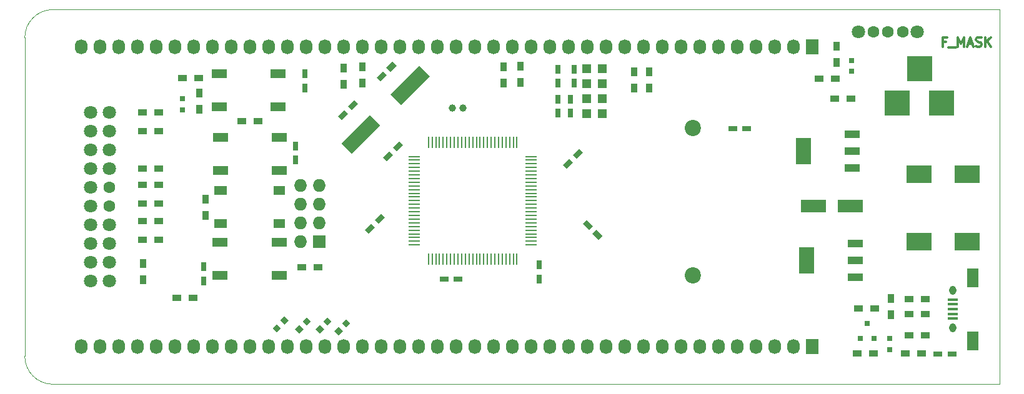
<source format=gts>
G04 #@! TF.FileFunction,Soldermask,Top*
%FSLAX46Y46*%
G04 Gerber Fmt 4.6, Leading zero omitted, Abs format (unit mm)*
G04 Created by KiCad (PCBNEW (2015-01-16 BZR 5376)-product) date 5/21/2015 9:02:49 PM*
%MOMM*%
G01*
G04 APERTURE LIST*
%ADD10C,0.150000*%
%ADD11C,0.300000*%
%ADD12C,0.100000*%
%ADD13C,1.000760*%
%ADD14R,1.350000X0.400000*%
%ADD15O,0.950000X1.250000*%
%ADD16R,1.550000X2.500000*%
%ADD17R,2.000000X1.300000*%
%ADD18R,1.800000X1.300000*%
%ADD19R,1.550000X1.300000*%
%ADD20C,2.200000*%
%ADD21R,0.750000X1.200000*%
%ADD22R,1.200000X0.750000*%
%ADD23R,3.500120X2.400300*%
%ADD24R,3.500120X3.500120*%
%ADD25R,0.797560X0.797560*%
%ADD26R,3.500120X1.800860*%
%ADD27R,2.032000X3.657600*%
%ADD28R,2.032000X1.016000*%
%ADD29R,1.198880X1.198880*%
%ADD30R,1.727200X2.032000*%
%ADD31O,1.727200X2.032000*%
%ADD32C,1.800000*%
%ADD33C,1.600000*%
%ADD34R,1.727200X1.727200*%
%ADD35O,1.727200X1.727200*%
%ADD36R,0.800100X0.800100*%
%ADD37R,0.900000X1.200000*%
%ADD38R,1.200000X0.900000*%
%ADD39R,0.280000X1.500000*%
%ADD40R,1.500000X0.280000*%
G04 APERTURE END LIST*
D10*
D11*
X213722857Y-85634286D02*
X213299524Y-85634286D01*
X213299524Y-86299524D02*
X213299524Y-85029524D01*
X213904286Y-85029524D01*
X214085714Y-86420476D02*
X215053333Y-86420476D01*
X215355714Y-86299524D02*
X215355714Y-85029524D01*
X215779047Y-85936667D01*
X216202381Y-85029524D01*
X216202381Y-86299524D01*
X216746667Y-85936667D02*
X217351429Y-85936667D01*
X216625714Y-86299524D02*
X217049048Y-85029524D01*
X217472381Y-86299524D01*
X217835238Y-86239048D02*
X218016666Y-86299524D01*
X218319047Y-86299524D01*
X218440000Y-86239048D01*
X218500476Y-86178571D01*
X218560952Y-86057619D01*
X218560952Y-85936667D01*
X218500476Y-85815714D01*
X218440000Y-85755238D01*
X218319047Y-85694762D01*
X218077143Y-85634286D01*
X217956190Y-85573810D01*
X217895714Y-85513333D01*
X217835238Y-85392381D01*
X217835238Y-85271429D01*
X217895714Y-85150476D01*
X217956190Y-85090000D01*
X218077143Y-85029524D01*
X218379523Y-85029524D01*
X218560952Y-85090000D01*
X219105238Y-86299524D02*
X219105238Y-85029524D01*
X219830952Y-86299524D02*
X219286667Y-85573810D01*
X219830952Y-85029524D02*
X219105238Y-85755238D01*
D12*
X92710000Y-81280000D02*
X218440000Y-81280000D01*
X92710000Y-132080000D02*
X220980000Y-132080000D01*
X88900000Y-85090000D02*
X88900000Y-128270000D01*
X88900000Y-128270000D02*
G75*
G03X92710000Y-132080000I3810000J0D01*
G01*
X92710000Y-81280000D02*
G75*
G03X88900000Y-85090000I0J-3810000D01*
G01*
X220980000Y-81280000D02*
X220980000Y-83947000D01*
X218440000Y-81280000D02*
X220980000Y-81280000D01*
X220980000Y-129540000D02*
X220980000Y-132080000D01*
X220980000Y-129540000D02*
X220980000Y-83820000D01*
D13*
X146824700Y-94615000D03*
X148323300Y-94615000D03*
D14*
X214630000Y-123190000D03*
X214630000Y-122540000D03*
X214630000Y-121890000D03*
X214630000Y-121240000D03*
X214630000Y-120590000D03*
D15*
X214630000Y-124390000D03*
X214630000Y-119390000D03*
D16*
X217330000Y-126190000D03*
X217330000Y-117690000D03*
D17*
X123384000Y-112808000D03*
X123384000Y-117308000D03*
X115384000Y-112808000D03*
X115384000Y-117308000D03*
D18*
X115405000Y-110327000D03*
X115405000Y-105827000D03*
D19*
X123355000Y-105827000D03*
X123355000Y-110327000D03*
D17*
X123355000Y-98588000D03*
X123355000Y-103088000D03*
X115405000Y-103088000D03*
X115405000Y-98588000D03*
X123228000Y-89952000D03*
X123228000Y-94452000D03*
X115278000Y-94452000D03*
X115278000Y-89952000D03*
D20*
X179451000Y-97348040D03*
X179451000Y-117348000D03*
D21*
X126873000Y-91882000D03*
X126873000Y-89982000D03*
X125603000Y-101661000D03*
X125603000Y-99761000D03*
D10*
G36*
X138752850Y-88300820D02*
X139283180Y-88831150D01*
X138434652Y-89679678D01*
X137904322Y-89149348D01*
X138752850Y-88300820D01*
X138752850Y-88300820D01*
G37*
G36*
X137409348Y-89644322D02*
X137939678Y-90174652D01*
X137091150Y-91023180D01*
X136560820Y-90492850D01*
X137409348Y-89644322D01*
X137409348Y-89644322D01*
G37*
G36*
X133545850Y-93507820D02*
X134076180Y-94038150D01*
X133227652Y-94886678D01*
X132697322Y-94356348D01*
X133545850Y-93507820D01*
X133545850Y-93507820D01*
G37*
G36*
X132202348Y-94851322D02*
X132732678Y-95381652D01*
X131884150Y-96230180D01*
X131353820Y-95699850D01*
X132202348Y-94851322D01*
X132202348Y-94851322D01*
G37*
D22*
X184851000Y-97409000D03*
X186751000Y-97409000D03*
D10*
G36*
X139641850Y-99095820D02*
X140172180Y-99626150D01*
X139323652Y-100474678D01*
X138793322Y-99944348D01*
X139641850Y-99095820D01*
X139641850Y-99095820D01*
G37*
G36*
X138298348Y-100439322D02*
X138828678Y-100969652D01*
X137980150Y-101818180D01*
X137449820Y-101287850D01*
X138298348Y-100439322D01*
X138298348Y-100439322D01*
G37*
D21*
X161163000Y-93411000D03*
X161163000Y-95311000D03*
X162814000Y-93411000D03*
X162814000Y-95311000D03*
D10*
G36*
X167223180Y-111955850D02*
X166692850Y-112486180D01*
X165844322Y-111637652D01*
X166374652Y-111107322D01*
X167223180Y-111955850D01*
X167223180Y-111955850D01*
G37*
G36*
X165879678Y-110612348D02*
X165349348Y-111142678D01*
X164500820Y-110294150D01*
X165031150Y-109763820D01*
X165879678Y-110612348D01*
X165879678Y-110612348D01*
G37*
D22*
X147635000Y-117856000D03*
X145735000Y-117856000D03*
D21*
X158623000Y-115890000D03*
X158623000Y-117790000D03*
X163322000Y-89347000D03*
X163322000Y-91247000D03*
X161163000Y-89347000D03*
X161163000Y-91247000D03*
D10*
G36*
X137165350Y-108938320D02*
X137695680Y-109468650D01*
X136847152Y-110317178D01*
X136316822Y-109786848D01*
X137165350Y-108938320D01*
X137165350Y-108938320D01*
G37*
G36*
X135821848Y-110281822D02*
X136352178Y-110812152D01*
X135503650Y-111660680D01*
X134973320Y-111130350D01*
X135821848Y-110281822D01*
X135821848Y-110281822D01*
G37*
G36*
X164025850Y-100111820D02*
X164556180Y-100642150D01*
X163707652Y-101490678D01*
X163177322Y-100960348D01*
X164025850Y-100111820D01*
X164025850Y-100111820D01*
G37*
G36*
X162682348Y-101455322D02*
X163212678Y-101985652D01*
X162364150Y-102834180D01*
X161833820Y-102303850D01*
X162682348Y-101455322D01*
X162682348Y-101455322D01*
G37*
D22*
X212664000Y-128016000D03*
X214564000Y-128016000D03*
D23*
X210108800Y-103632000D03*
X216611200Y-103632000D03*
X210108800Y-112776000D03*
X216611200Y-112776000D03*
D24*
X207159860Y-93980000D03*
X213159340Y-93980000D03*
X210159600Y-89281000D03*
D25*
X110236000Y-93357700D03*
X110236000Y-94856300D03*
D10*
G36*
X131423165Y-125426795D02*
X130859205Y-124862835D01*
X131423165Y-124298875D01*
X131987125Y-124862835D01*
X131423165Y-125426795D01*
X131423165Y-125426795D01*
G37*
G36*
X132482835Y-124367125D02*
X131918875Y-123803165D01*
X132482835Y-123239205D01*
X133046795Y-123803165D01*
X132482835Y-124367125D01*
X132482835Y-124367125D01*
G37*
G36*
X128883165Y-125172795D02*
X128319205Y-124608835D01*
X128883165Y-124044875D01*
X129447125Y-124608835D01*
X128883165Y-125172795D01*
X128883165Y-125172795D01*
G37*
G36*
X129942835Y-124113125D02*
X129378875Y-123549165D01*
X129942835Y-122985205D01*
X130506795Y-123549165D01*
X129942835Y-124113125D01*
X129942835Y-124113125D01*
G37*
G36*
X126089165Y-125172795D02*
X125525205Y-124608835D01*
X126089165Y-124044875D01*
X126653125Y-124608835D01*
X126089165Y-125172795D01*
X126089165Y-125172795D01*
G37*
G36*
X127148835Y-124113125D02*
X126584875Y-123549165D01*
X127148835Y-122985205D01*
X127712795Y-123549165D01*
X127148835Y-124113125D01*
X127148835Y-124113125D01*
G37*
G36*
X123041165Y-125045795D02*
X122477205Y-124481835D01*
X123041165Y-123917875D01*
X123605125Y-124481835D01*
X123041165Y-125045795D01*
X123041165Y-125045795D01*
G37*
G36*
X124100835Y-123986125D02*
X123536875Y-123422165D01*
X124100835Y-122858205D01*
X124664795Y-123422165D01*
X124100835Y-123986125D01*
X124100835Y-123986125D01*
G37*
D26*
X200746360Y-107950000D03*
X195747640Y-107950000D03*
D25*
X206121000Y-125869700D03*
X206121000Y-127368300D03*
D27*
X194818000Y-115316000D03*
D28*
X201422000Y-115316000D03*
X201422000Y-113030000D03*
X201422000Y-117602000D03*
D27*
X194437000Y-100457000D03*
D28*
X201041000Y-100457000D03*
X201041000Y-98171000D03*
X201041000Y-102743000D03*
D29*
X165066980Y-93345000D03*
X167165020Y-93345000D03*
X165066980Y-95377000D03*
X167165020Y-95377000D03*
X165066980Y-89281000D03*
X167165020Y-89281000D03*
X165066980Y-91313000D03*
X167165020Y-91313000D03*
D30*
X195580000Y-86360000D03*
D31*
X193040000Y-86360000D03*
X190500000Y-86360000D03*
X187960000Y-86360000D03*
X185420000Y-86360000D03*
X182880000Y-86360000D03*
X180340000Y-86360000D03*
X177800000Y-86360000D03*
X175260000Y-86360000D03*
X172720000Y-86360000D03*
X170180000Y-86360000D03*
X167640000Y-86360000D03*
X165100000Y-86360000D03*
X162560000Y-86360000D03*
X160020000Y-86360000D03*
X157480000Y-86360000D03*
X154940000Y-86360000D03*
X152400000Y-86360000D03*
X149860000Y-86360000D03*
X147320000Y-86360000D03*
X144780000Y-86360000D03*
X142240000Y-86360000D03*
X139700000Y-86360000D03*
X137160000Y-86360000D03*
X134620000Y-86360000D03*
X132080000Y-86360000D03*
X129540000Y-86360000D03*
X127000000Y-86360000D03*
X124460000Y-86360000D03*
X121920000Y-86360000D03*
X119380000Y-86360000D03*
X116840000Y-86360000D03*
X114300000Y-86360000D03*
X111760000Y-86360000D03*
X109220000Y-86360000D03*
X106680000Y-86360000D03*
X104140000Y-86360000D03*
X101600000Y-86360000D03*
X99060000Y-86360000D03*
X96520000Y-86360000D03*
D32*
X100330000Y-118110000D03*
X97790000Y-118110000D03*
X100330000Y-115570000D03*
X97790000Y-115570000D03*
X100330000Y-113030000D03*
X97790000Y-113030000D03*
X100330000Y-110490000D03*
X97790000Y-110490000D03*
D33*
X100330000Y-107950000D03*
D32*
X97790000Y-107950000D03*
D33*
X100330000Y-105410000D03*
D32*
X97790000Y-105410000D03*
X100330000Y-102870000D03*
X97790000Y-102870000D03*
X100330000Y-100330000D03*
X97790000Y-100330000D03*
X100330000Y-97790000D03*
X97790000Y-97790000D03*
X100330000Y-95250000D03*
X97790000Y-95250000D03*
D30*
X195580000Y-127000000D03*
D31*
X193040000Y-127000000D03*
X190500000Y-127000000D03*
X187960000Y-127000000D03*
X185420000Y-127000000D03*
X182880000Y-127000000D03*
X180340000Y-127000000D03*
X177800000Y-127000000D03*
X175260000Y-127000000D03*
X172720000Y-127000000D03*
X170180000Y-127000000D03*
X167640000Y-127000000D03*
X165100000Y-127000000D03*
X162560000Y-127000000D03*
X160020000Y-127000000D03*
X157480000Y-127000000D03*
X154940000Y-127000000D03*
X152400000Y-127000000D03*
X149860000Y-127000000D03*
X147320000Y-127000000D03*
X144780000Y-127000000D03*
X142240000Y-127000000D03*
X139700000Y-127000000D03*
X137160000Y-127000000D03*
X134620000Y-127000000D03*
X132080000Y-127000000D03*
X129540000Y-127000000D03*
X127000000Y-127000000D03*
X124460000Y-127000000D03*
X121920000Y-127000000D03*
X119380000Y-127000000D03*
X116840000Y-127000000D03*
X114300000Y-127000000D03*
X111760000Y-127000000D03*
X109220000Y-127000000D03*
X106680000Y-127000000D03*
X104140000Y-127000000D03*
X101600000Y-127000000D03*
X99060000Y-127000000D03*
X96520000Y-127000000D03*
D34*
X128778000Y-112776000D03*
D35*
X126238000Y-112776000D03*
X128778000Y-110236000D03*
X126238000Y-110236000D03*
X128778000Y-107696000D03*
X126238000Y-107696000D03*
X128778000Y-105156000D03*
X126238000Y-105156000D03*
D36*
X202123000Y-125841760D03*
X204023000Y-125841760D03*
X203073000Y-123842780D03*
D37*
X112522000Y-94826000D03*
X112522000Y-92626000D03*
D38*
X112479000Y-90551000D03*
X110279000Y-90551000D03*
D37*
X104902000Y-115740000D03*
X104902000Y-117940000D03*
D38*
X104818000Y-112522000D03*
X107018000Y-112522000D03*
X104818000Y-109982000D03*
X107018000Y-109982000D03*
X104818000Y-107569000D03*
X107018000Y-107569000D03*
X104818000Y-105029000D03*
X107018000Y-105029000D03*
X104818000Y-102870000D03*
X107018000Y-102870000D03*
X104818000Y-97790000D03*
X107018000Y-97790000D03*
X104818000Y-95250000D03*
X107018000Y-95250000D03*
X120480000Y-96393000D03*
X118280000Y-96393000D03*
D37*
X132080000Y-89197000D03*
X132080000Y-91397000D03*
X134620000Y-89070000D03*
X134620000Y-91270000D03*
X153797000Y-89070000D03*
X153797000Y-91270000D03*
X156083000Y-88943000D03*
X156083000Y-91143000D03*
X171450000Y-89705000D03*
X171450000Y-91905000D03*
X173482000Y-89705000D03*
X173482000Y-91905000D03*
D38*
X196512000Y-90678000D03*
X198712000Y-90678000D03*
X210904000Y-125476000D03*
X208704000Y-125476000D03*
D37*
X198882000Y-86276000D03*
X198882000Y-88476000D03*
D38*
X208704000Y-122555000D03*
X210904000Y-122555000D03*
X208704000Y-120523000D03*
X210904000Y-120523000D03*
X128608000Y-116205000D03*
X126408000Y-116205000D03*
D37*
X206248000Y-120439000D03*
X206248000Y-122639000D03*
D38*
X210396000Y-127889000D03*
X208196000Y-127889000D03*
D37*
X113411000Y-109177000D03*
X113411000Y-106977000D03*
D38*
X201846000Y-121793000D03*
X204046000Y-121793000D03*
X203919000Y-127889000D03*
X201719000Y-127889000D03*
X198671000Y-93345000D03*
X200871000Y-93345000D03*
D33*
X207867000Y-84328000D03*
X205867000Y-84328000D03*
X203867000Y-84328000D03*
D32*
X201867000Y-84328000D03*
X209867000Y-84328000D03*
D39*
X155606000Y-99288000D03*
X155106000Y-99288000D03*
X154606000Y-99288000D03*
X154106000Y-99288000D03*
X153606000Y-99288000D03*
X153106000Y-99288000D03*
X152606000Y-99288000D03*
X152106000Y-99288000D03*
X151606000Y-99288000D03*
X151106000Y-99288000D03*
X150606000Y-99288000D03*
X150106000Y-99288000D03*
X149606000Y-99288000D03*
X149106000Y-99288000D03*
X148606000Y-99288000D03*
X148106000Y-99288000D03*
X147606000Y-99288000D03*
X147106000Y-99288000D03*
X146606000Y-99288000D03*
X146106000Y-99288000D03*
X145606000Y-99288000D03*
X145106000Y-99288000D03*
X144606000Y-99288000D03*
X144106000Y-99288000D03*
X143606000Y-99288000D03*
D40*
X141706000Y-101188000D03*
X141706000Y-101688000D03*
X141706000Y-102188000D03*
X141706000Y-102688000D03*
X141706000Y-103188000D03*
X141706000Y-103688000D03*
X141706000Y-104188000D03*
X141706000Y-104688000D03*
X141706000Y-105188000D03*
X141706000Y-105688000D03*
X141706000Y-106188000D03*
X141706000Y-106688000D03*
X141706000Y-107188000D03*
X141706000Y-107688000D03*
X141706000Y-108188000D03*
X141706000Y-108688000D03*
X141706000Y-109188000D03*
X141706000Y-109688000D03*
X141706000Y-110188000D03*
X141706000Y-110688000D03*
X141706000Y-111188000D03*
X141706000Y-111688000D03*
X141706000Y-112188000D03*
X141706000Y-112688000D03*
X141706000Y-113188000D03*
D39*
X143606000Y-115088000D03*
X144106000Y-115088000D03*
X144606000Y-115088000D03*
X145106000Y-115088000D03*
X145606000Y-115088000D03*
X146106000Y-115088000D03*
X146606000Y-115088000D03*
X147106000Y-115088000D03*
X147606000Y-115088000D03*
X148106000Y-115088000D03*
X148606000Y-115088000D03*
X149106000Y-115088000D03*
X149606000Y-115088000D03*
X150106000Y-115088000D03*
X150606000Y-115088000D03*
X151106000Y-115088000D03*
X151606000Y-115088000D03*
X152106000Y-115088000D03*
X152606000Y-115088000D03*
X153106000Y-115088000D03*
X153606000Y-115088000D03*
X154106000Y-115088000D03*
X154606000Y-115088000D03*
X155106000Y-115088000D03*
X155606000Y-115088000D03*
D40*
X157506000Y-113188000D03*
X157506000Y-112688000D03*
X157506000Y-112188000D03*
X157506000Y-111688000D03*
X157506000Y-111188000D03*
X157506000Y-110688000D03*
X157506000Y-110188000D03*
X157506000Y-109688000D03*
X157506000Y-109188000D03*
X157506000Y-108688000D03*
X157506000Y-108188000D03*
X157506000Y-107688000D03*
X157506000Y-107188000D03*
X157506000Y-106688000D03*
X157506000Y-106188000D03*
X157506000Y-105688000D03*
X157506000Y-105188000D03*
X157506000Y-104688000D03*
X157506000Y-104188000D03*
X157506000Y-103688000D03*
X157506000Y-103188000D03*
X157506000Y-102688000D03*
X157506000Y-102188000D03*
X157506000Y-101688000D03*
X157506000Y-101188000D03*
D10*
G36*
X142355174Y-88895333D02*
X143768667Y-90308826D01*
X139880216Y-94197277D01*
X138466723Y-92783784D01*
X142355174Y-88895333D01*
X142355174Y-88895333D01*
G37*
G36*
X135709784Y-95540723D02*
X137123277Y-96954216D01*
X133234826Y-100842667D01*
X131821333Y-99429174D01*
X135709784Y-95540723D01*
X135709784Y-95540723D01*
G37*
D25*
X200914000Y-88150700D03*
X200914000Y-89649300D03*
D21*
X113157000Y-116144000D03*
X113157000Y-118044000D03*
D38*
X111717000Y-120396000D03*
X109517000Y-120396000D03*
M02*

</source>
